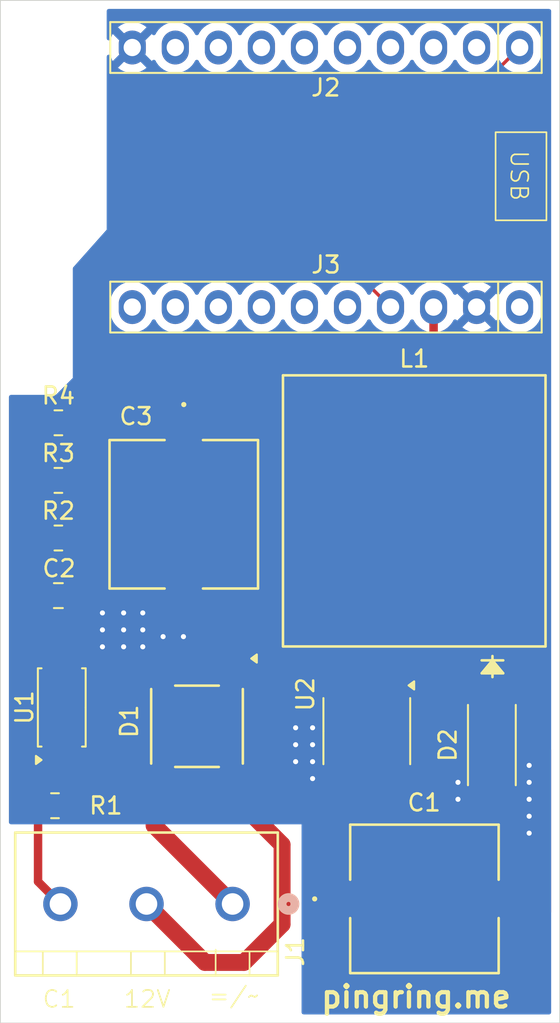
<source format=kicad_pcb>
(kicad_pcb (version 20240108) (generator "pcbnew") (generator_version "8.0")
  (layers (0 "F.Cu" signal) (31 "B.Cu" signal) (34 "B.Paste" user) (35 "F.Paste" user) (36 "B.SilkS" user "B.Silkscreen") (37 "F.SilkS" user "F.Silkscreen") (38 "B.Mask" user) (39 "F.Mask" user) (44 "Edge.Cuts" user))
  (net 0 "")
  (net 1 "GND")
  (net 2 "/Vin1")
  (net 3 "/Vin2")
  (net 4 "+5V")
  (net 5 "Net-(R1-Pad2)")
  (net 6 "Net-(D1-+)")
  (net 7 "Net-(D2-K)")
  (net 8 "/C1")
  (net 9 "+3V3")
  (net 10 "/ButtonPressed")
  (net 11 "/IO23")
  (net 12 "/IO21")
  (net 13 "/IO18")
  (net 14 "/IO32")
  (net 15 "/IO5")
  (net 16 "/IO33")
  (net 18 "/IO19")
  (net 19 "/IO22")
  (net 20 "/IO4")
  (net 21 "/IO14")
  (net 22 "Net-(C2-Pad1)")
  (footprint "parts_lib:10-pin header" (layer "F.Cu") (at 135.19 79.571 180)
    (property "Reference" "J3" (at 0 2.5 0) (layer "F.SilkS"))
    (property "Value" "Conn_01x10")
    (fp_line (start 12.73 1.5) (end -12.73 1.5) (stroke (width 0.12)) (layer "F.SilkS"))
    (fp_line (start 12.73 -1.5) (end 12.73 1.5) (stroke (width 0.12)) (layer "F.SilkS"))
    (fp_line (start -10.16 -1.5) (end -10.16 1.5) (stroke (width 0.12)) (layer "F.SilkS"))
    (fp_line (start -12.73 1.5) (end -12.73 -1.5) (stroke (width 0.12)) (layer "F.SilkS"))
    (fp_line (start -12.73 -1.5) (end 12.73 -1.5) (stroke (width 0.12)) (layer "F.SilkS"))
    (pad "1" thru_hole oval (at -11.43 0 180) (size 1.6 2) (drill 1.02) (layers "*.Cu" "*.Mask"))
    (pad "2" thru_hole oval (at -8.89 0 180) (size 1.6 2) (drill 1.02) (layers "*.Cu" "*.Mask") (net 1 "GND"))
    (pad "3" thru_hole oval (at -6.35 0 180) (size 1.6 2) (drill 1.02) (layers "*.Cu" "*.Mask") (net 4 "+5V"))
    (pad "4" thru_hole oval (at -3.81 0 180) (size 1.6 2) (drill 1.02) (layers "*.Cu" "*.Mask") (net 9 "+3V3"))
    (pad "5" thru_hole oval (at -1.27 0 180) (size 1.6 2) (drill 1.02) (layers "*.Cu" "*.Mask") (net 20 "/IO4"))
    (pad "6" thru_hole oval (at 1.27 0 180) (size 1.6 2) (drill 1.02) (layers "*.Cu" "*.Mask") (net 21 "/IO14"))
    (pad "7" thru_hole oval (at 3.81 0 180) (size 1.6 2) (drill 1.02) (layers "*.Cu" "*.Mask"))
    (pad "8" thru_hole oval (at 6.35 0 180) (size 1.6 2) (drill 1.02) (layers "*.Cu" "*.Mask"))
    (pad "9" thru_hole oval (at 8.89 0 180) (size 1.6 2) (drill 1.02) (layers "*.Cu" "*.Mask"))
    (pad "10" thru_hole oval (at 11.43 0 180) (size 1.6 2) (drill 1.02) (layers "*.Cu" "*.Mask"))
  )
  (footprint "Resistor_SMD:R_0805_2012Metric_Pad1.20x1.40mm_HandSolder" (layer "F.Cu") (at 119.2 109)
    (property "Reference" "R1" (at 3 0 0) (layer "F.SilkS"))
    (property "Value" "330R")
    (fp_line (start -0.227064 -0.735) (end 0.227064 -0.735) (stroke (width 0.12)) (layer "F.SilkS"))
    (fp_line (start -0.227064 0.735) (end 0.227064 0.735) (stroke (width 0.12)) (layer "F.SilkS"))
    (pad "1" smd roundrect (at -1 0) (size 1.2 1.4) (layers "F.Cu" "F.Paste" "F.Mask") (roundrect_rratio 0.208333) (net 8 "/C1"))
    (pad "2" smd roundrect (at 1 0) (size 1.2 1.4) (layers "F.Cu" "F.Paste" "F.Mask") (roundrect_rratio 0.208333) (net 5 "Net-(R1-Pad2)"))
  )
  (footprint "parts_lib:screw_connector_1x3" (layer "F.Cu") (at 129.68 114.8 180)
    (property "Reference" "J1" (at -3.7 -2.821 90) (layer "F.SilkS"))
    (property "Value" "Screw Terminal 01x03")
    (fp_circle (center -3.302 0) (end -2.921 0) (stroke (width 0.508)) (fill none) (layer "B.SilkS"))
    (fp_line (start 12.827 4.2164) (end 12.827 -4.2164) (stroke (width 0.1524)) (layer "F.SilkS"))
    (fp_line (start 12.827 -4.2164) (end -2.667 -4.2164) (stroke (width 0.1524)) (layer "F.SilkS"))
    (fp_line (start 12.8 -2.8) (end -2.6 -2.8) (stroke (width 0.1)) (layer "F.SilkS"))
    (fp_line (start 11.2 -4.1) (end 11.2 -2.8) (stroke (width 0.1)) (layer "F.SilkS"))
    (fp_line (start 9.2 -4.1) (end 9.2 -2.8) (stroke (width 0.1)) (layer "F.SilkS"))
    (fp_line (start 6 -4.1) (end 6 -2.8) (stroke (width 0.1)) (layer "F.SilkS"))
    (fp_line (start 4 -4.1) (end 4 -2.8) (stroke (width 0.1)) (layer "F.SilkS"))
    (fp_line (start 1 -4.1) (end 1 -2.7) (stroke (width 0.1)) (layer "F.SilkS"))
    (fp_line (start -1 -4.1) (end -1 -2.8) (stroke (width 0.1)) (layer "F.SilkS"))
    (fp_line (start -2.667 4.2164) (end 12.827 4.2164) (stroke (width 0.1524)) (layer "F.SilkS"))
    (fp_line (start -2.667 -4.2164) (end -2.667 4.2164) (stroke (width 0.1524)) (layer "F.SilkS"))
    (fp_circle (center -3.302 0) (end -2.921 0) (stroke (width 0.508)) (fill none) (layer "F.SilkS"))
    (pad "1" thru_hole circle (at 0 0 180) (size 2.032 2.032) (drill 1.27) (layers "*.Cu" "*.Mask") (net 2 "/Vin1"))
    (pad "2" thru_hole circle (at 5.08 0 180) (size 2.032 2.032) (drill 1.27) (layers "*.Cu" "*.Mask") (net 3 "/Vin2"))
    (pad "3" thru_hole circle (at 10.16 0 180) (size 2.032 2.032) (drill 1.27) (layers "*.Cu" "*.Mask") (net 8 "/C1"))
  )
  (footprint "Resistor_SMD:R_0805_2012Metric_Pad1.20x1.40mm_HandSolder" (layer "F.Cu") (at 119.4 89.8)
    (property "Reference" "R3" (at 0 -1.6 0) (layer "F.SilkS"))
    (property "Value" "330R")
    (fp_line (start -0.227064 -0.735) (end 0.227064 -0.735) (stroke (width 0.12)) (layer "F.SilkS"))
    (fp_line (start -0.227064 0.735) (end 0.227064 0.735) (stroke (width 0.12)) (layer "F.SilkS"))
    (pad "1" smd roundrect (at -1 0) (size 1.2 1.4) (layers "F.Cu" "F.Paste" "F.Mask") (roundrect_rratio 0.208333) (net 22 "Net-(C2-Pad1)"))
    (pad "2" smd roundrect (at 1 0) (size 1.2 1.4) (layers "F.Cu" "F.Paste" "F.Mask") (roundrect_rratio 0.208333) (net 10 "/ButtonPressed"))
  )
  (footprint "parts_lib:TSSOP4-MICRO-DIP_948BS_ONS-M" (layer "F.Cu") (at 127.579999 104.31345 -90)
    (property "Reference" "D1" (at -0.29245 3.999999 90) (layer "F.SilkS"))
    (property "Value" "MDB10S")
    (fp_line (start -2.197962 2.7051) (end 2.197962 2.7051) (stroke (width 0.1524)) (layer "F.SilkS"))
    (fp_line (start 2.4003 1.286261) (end 2.4003 -1.286261) (stroke (width 0.1524)) (layer "F.SilkS"))
    (fp_line (start -2.4003 -1.286261) (end -2.4003 1.286261) (stroke (width 0.1524)) (layer "F.SilkS"))
    (fp_line (start 2.197962 -2.7051) (end -2.197962 -2.7051) (stroke (width 0.1524)) (layer "F.SilkS"))
    (fp_poly (pts (xy -4 -3.2) (xy -4.24 -3.53) (xy -3.76 -3.53) (xy -4 -3.2)) (stroke (width 0.12)) (fill solid) (layer "F.SilkS"))
    (pad "1" smd rect (at -3.09245 -2.000001 270) (size 1.6383 0.762) (layers "F.Cu" "F.Paste" "F.Mask") (net 6 "Net-(D1-+)"))
    (pad "2" smd rect (at -3.09245 2.000001 270) (size 1.6383 0.762) (layers "F.Cu" "F.Paste" "F.Mask") (net 1 "GND"))
    (pad "3" smd rect (at 3.09245 2.000001 270) (size 1.6383 0.762) (layers "F.Cu" "F.Paste" "F.Mask") (net 2 "/Vin1"))
    (pad "4" smd rect (at 3.09245 -2.000001 270) (size 1.6383 0.762) (layers "F.Cu" "F.Paste" "F.Mask") (net 3 "/Vin2"))
  )
  (footprint "Resistor_SMD:R_0805_2012Metric_Pad1.20x1.40mm_HandSolder" (layer "F.Cu") (at 119.4 93.2)
    (property "Reference" "R2" (at 0 -1.6 0) (layer "F.SilkS"))
    (property "Value" "50K")
    (fp_line (start -0.227064 -0.735) (end 0.227064 -0.735) (stroke (width 0.12)) (layer "F.SilkS"))
    (fp_line (start -0.227064 0.735) (end 0.227064 0.735) (stroke (width 0.12)) (layer "F.SilkS"))
    (pad "1" smd roundrect (at -1 0) (size 1.2 1.4) (layers "F.Cu" "F.Paste" "F.Mask") (roundrect_rratio 0.208333) (net 22 "Net-(C2-Pad1)"))
    (pad "2" smd roundrect (at 1 0) (size 1.2 1.4) (layers "F.Cu" "F.Paste" "F.Mask") (roundrect_rratio 0.208333) (net 9 "+3V3"))
  )
  (footprint "parts_lib:CAP_FT_F_PAN-M" (layer "F.Cu") (at 126.8 91.8 -90)
    (property "Reference" "C3" (at -5.779 2.82 0) (layer "F.SilkS"))
    (property "Value" "220u")
    (fp_line (start -4.3815 4.3815) (end 4.3815 4.3815) (stroke (width 0.1524)) (layer "F.SilkS"))
    (fp_line (start 4.3815 4.3815) (end 4.3815 1.13284) (stroke (width 0.1524)) (layer "F.SilkS"))
    (fp_line (start -4.3815 1.13284) (end -4.3815 4.3815) (stroke (width 0.1524)) (layer "F.SilkS"))
    (fp_line (start 4.3815 -1.13284) (end 4.3815 -4.3815) (stroke (width 0.1524)) (layer "F.SilkS"))
    (fp_line (start -4.3815 -4.3815) (end -4.3815 -1.13284) (stroke (width 0.1524)) (layer "F.SilkS"))
    (fp_line (start 4.3815 -4.3815) (end -4.3815 -4.3815) (stroke (width 0.1524)) (layer "F.SilkS"))
    (fp_circle (center -6.477 0) (end -6.4008 0) (stroke (width 0.1524)) (fill none) (layer "F.SilkS"))
    (pad "1" smd rect (at -3.6576 0 270) (size 4.1148 1.6002) (layers "F.Cu" "F.Paste" "F.Mask") (net 4 "+5V"))
    (pad "2" smd rect (at 3.6576 0 270) (size 4.1148 1.6002) (layers "F.Cu" "F.Paste" "F.Mask") (net 1 "GND"))
    (zone (net 0) (net_name "") (layer "F.Cu") (connect_pads (clearance 0)) (min_thickness 0.254)
      (keepout (tracks not_allowed) (vias not_allowed) (pads allowed) (copperpour not_allowed) (footprints allowed))
      (fill (thermal_gap 0.508) (thermal_bridge_width 0.508))
      (polygon (pts (xy 125.9491 87.5963) (xy 125.9491 96.0037) (xy 122.5963 96.0037) (xy 122.5963 87.5963)))
    )
    (zone (net 0) (net_name "") (layer "F.Cu") (connect_pads (clearance 0)) (min_thickness 0.254)
      (keepout (tracks not_allowed) (vias not_allowed) (pads allowed) (copperpour not_allowed) (footprints allowed))
      (fill (thermal_gap 0.508) (thermal_bridge_width 0.508))
      (polygon (pts (xy 127.6509 90.2506) (xy 127.6509 93.3494) (xy 125.9491 93.3494) (xy 125.9491 90.2506)))
    )
    (zone (net 0) (net_name "") (layer "F.Cu") (connect_pads (clearance 0)) (min_thickness 0.254)
      (keepout (tracks not_allowed) (vias not_allowed) (pads allowed) (copperpour not_allowed) (footprints allowed))
      (fill (thermal_gap 0.508) (thermal_bridge_width 0.508))
      (polygon (pts (xy 131.0037 87.5963) (xy 131.0037 96.0037) (xy 127.6509 96.0037) (xy 127.6509 87.5963)))
    )
  )
  (footprint "Package_SO:SOIC-8_3.9x4.9mm_P1.27mm" (layer "F.Cu") (at 137.6 104.6 -90)
    (property "Reference" "U2" (at -2.179 3.62 90) (layer "F.SilkS"))
    (property "Value" "LM2594MX-5.0")
    (fp_line (start 0 2.56) (end -1.95 2.56) (stroke (width 0.12)) (layer "F.SilkS"))
    (fp_line (start 0 2.56) (end 1.95 2.56) (stroke (width 0.12)) (layer "F.SilkS"))
    (fp_line (start 0 -2.56) (end -1.95 -2.56) (stroke (width 0.12)) (layer "F.SilkS"))
    (fp_line (start 0 -2.56) (end 1.95 -2.56) (stroke (width 0.12)) (layer "F.SilkS"))
    (fp_poly (pts (xy -2.7 -2.465) (xy -2.94 -2.795) (xy -2.46 -2.795) (xy -2.7 -2.465)) (stroke (width 0.12)) (fill solid) (layer "F.SilkS"))
    (pad "1" smd roundrect (at -2.475 -1.905 270) (size 1.95 0.6) (layers "F.Cu" "F.Paste" "F.Mask"))
    (pad "2" smd roundrect (at -2.475 -0.635 270) (size 1.95 0.6) (layers "F.Cu" "F.Paste" "F.Mask"))
    (pad "3" smd roundrect (at -2.475 0.635 270) (size 1.95 0.6) (layers "F.Cu" "F.Paste" "F.Mask"))
    (pad "4" smd roundrect (at -2.475 1.905 270) (size 1.95 0.6) (layers "F.Cu" "F.Paste" "F.Mask") (net 4 "+5V"))
    (pad "5" smd roundrect (at 2.475 1.905 270) (size 1.95 0.6) (layers "F.Cu" "F.Paste" "F.Mask") (net 1 "GND"))
    (pad "6" smd roundrect (at 2.475 0.635 270) (size 1.95 0.6) (layers "F.Cu" "F.Paste" "F.Mask") (net 1 "GND"))
    (pad "7" smd roundrect (at 2.475 -0.635 270) (size 1.95 0.6) (layers "F.Cu" "F.Paste" "F.Mask") (net 6 "Net-(D1-+)"))
    (pad "8" smd roundrect (at 2.475 -1.905 270) (size 1.95 0.6) (layers "F.Cu" "F.Paste" "F.Mask") (net 7 "Net-(D2-K)"))
  )
  (footprint "Package_SO:SOP-4_4.4x2.6mm_P1.27mm" (layer "F.Cu") (at 119.6 103.2 90)
    (property "Reference" "U1" (at 0 -2.2 90) (layer "F.SilkS"))
    (property "Value" "ACPL-214-500E")
    (fp_line (start 2.31 -1.41) (end 2.31 -1.195) (stroke (width 0.12)) (layer "F.SilkS"))
    (fp_line (start 0 -1.41) (end 2.31 -1.41) (stroke (width 0.12)) (layer "F.SilkS"))
    (fp_line (start 0 -1.41) (end -2.31 -1.41) (stroke (width 0.12)) (layer "F.SilkS"))
    (fp_line (start -2.31 -1.41) (end -2.31 -1.195) (stroke (width 0.12)) (layer "F.SilkS"))
    (fp_line (start 2.31 1.41) (end 2.31 1.195) (stroke (width 0.12)) (layer "F.SilkS"))
    (fp_line (start 0 1.41) (end 2.31 1.41) (stroke (width 0.12)) (layer "F.SilkS"))
    (fp_line (start 0 1.41) (end -2.31 1.41) (stroke (width 0.12)) (layer "F.SilkS"))
    (fp_line (start -2.31 1.41) (end -2.31 1.195) (stroke (width 0.12)) (layer "F.SilkS"))
    (fp_poly (pts (xy -3.1 -1.195) (xy -3.34 -1.525) (xy -2.86 -1.525) (xy -3.1 -1.195)) (stroke (width 0.12)) (fill solid) (layer "F.SilkS"))
    (pad "1" smd roundrect (at -3.1875 -0.635 90) (size 1.625 0.6) (layers "F.Cu" "F.Paste" "F.Mask") (net 5 "Net-(R1-Pad2)"))
    (pad "2" smd roundrect (at -3.1875 0.635 90) (size 1.625 0.6) (layers "F.Cu" "F.Paste" "F.Mask") (net 2 "/Vin1"))
    (pad "3" smd roundrect (at 3.1875 0.635 90) (size 1.625 0.6) (layers "F.Cu" "F.Paste" "F.Mask") (net 1 "GND"))
    (pad "4" smd roundrect (at 3.1875 -0.635 90) (size 1.625 0.6) (layers "F.Cu" "F.Paste" "F.Mask") (net 22 "Net-(C2-Pad1)"))
  )
  (footprint "parts_lib:10-pin header" (layer "F.Cu") (at 135.19 64.25 180)
    (property "Reference" "J2" (at 0.01 -2.371 0) (layer "F.SilkS"))
    (property "Value" "Conn_01x10")
    (fp_line (start 12.73 1.5) (end -12.73 1.5) (stroke (width 0.12)) (layer "F.SilkS"))
    (fp_line (start 12.73 -1.5) (end 12.73 1.5) (stroke (width 0.12)) (layer "F.SilkS"))
    (fp_line (start -10.16 -1.5) (end -10.16 1.5) (stroke (width 0.12)) (layer "F.SilkS"))
    (fp_line (start -12.73 1.5) (end -12.73 -1.5) (stroke (width 0.12)) (layer "F.SilkS"))
    (fp_line (start -12.73 -1.5) (end 12.73 -1.5) (stroke (width 0.12)) (layer "F.SilkS"))
    (pad "1" thru_hole oval (at -11.43 0 180) (size 1.6 2) (drill 1.02) (layers "*.Cu" "*.Mask") (net 11 "/IO23"))
    (pad "2" thru_hole oval (at -8.89 0 180) (size 1.6 2) (drill 1.02) (layers "*.Cu" "*.Mask") (net 18 "/IO19"))
    (pad "3" thru_hole oval (at -6.35 0 180) (size 1.6 2) (drill 1.02) (layers "*.Cu" "*.Mask") (net 13 "/IO18"))
    (pad "4" thru_hole oval (at -3.81 0 180) (size 1.6 2) (drill 1.02) (layers "*.Cu" "*.Mask") (net 15 "/IO5"))
    (pad "5" thru_hole oval (at -1.27 0 180) (size 1.6 2) (drill 1.02) (layers "*.Cu" "*.Mask") (net 19 "/IO22"))
    (pad "6" thru_hole oval (at 1.27 0 180) (size 1.6 2) (drill 1.02) (layers "*.Cu" "*.Mask") (net 12 "/IO21"))
    (pad "7" thru_hole oval (at 3.81 0 180) (size 1.6 2) (drill 1.02) (layers "*.Cu" "*.Mask") (net 14 "/IO32"))
    (pad "8" thru_hole oval (at 6.35 0 180) (size 1.6 2) (drill 1.02) (layers "*.Cu" "*.Mask") (net 16 "/IO33"))
    (pad "9" thru_hole oval (at 8.89 0 180) (size 1.6 2) (drill 1.02) (layers "*.Cu" "*.Mask"))
    (pad "10" thru_hole oval (at 11.43 0 180) (size 1.6 2) (drill 1.02) (layers "*.Cu" "*.Mask") (net 1 "GND"))
  )
  (footprint "Capacitor_SMD:C_0805_2012Metric_Pad1.18x1.45mm_HandSolder" (layer "F.Cu") (at 119.4 96.6)
    (property "Reference" "C2" (at 0.0375 -1.6 0) (layer "F.SilkS"))
    (property "Value" "100n")
    (fp_line (start -0.261252 -0.735) (end 0.261252 -0.735) (stroke (width 0.12)) (layer "F.SilkS"))
    (fp_line (start -0.261252 0.735) (end 0.261252 0.735) (stroke (width 0.12)) (layer "F.SilkS"))
    (pad "1" smd roundrect (at -1.0375 0) (size 1.175 1.45) (layers "F.Cu" "F.Paste" "F.Mask") (roundrect_rratio 0.212766) (net 22 "Net-(C2-Pad1)"))
    (pad "2" smd roundrect (at 1.0375 0) (size 1.175 1.45) (layers "F.Cu" "F.Paste" "F.Mask") (roundrect_rratio 0.212766) (net 1 "GND"))
  )
  (footprint "parts_lib:DO-214AC(SMA)" (layer "F.Cu") (at 144.98 105.421 -90)
    (property "Reference" "D2" (at 0 2.6 90) (layer "F.SilkS"))
    (property "Value" "SS24")
    (fp_line (start 2.37 1.41) (end -2.37 1.41) (stroke (width 0.12)) (layer "F.SilkS"))
    (fp_line (start -5 -0.035) (end -4.238 0.6) (stroke (width 0.1524)) (layer "F.SilkS"))
    (fp_line (start -5 -0.035) (end -4.238 0.473) (stroke (width 0.1524)) (layer "F.SilkS"))
    (fp_line (start -5 -0.035) (end -4.238 0.346) (stroke (width 0.1524)) (layer "F.SilkS"))
    (fp_line (start -5 -0.035) (end -4.238 0.219) (stroke (width 0.1524)) (layer "F.SilkS"))
    (fp_line (start -5 -0.035) (end -4.238 0.092) (stroke (width 0.1524)) (layer "F.SilkS"))
    (fp_line (start -5 -0.035) (end -4.238 -0.162) (stroke (width 0.1524)) (layer "F.SilkS"))
    (fp_line (start -5 -0.035) (end -4.238 -0.289) (stroke (width 0.1524)) (layer "F.SilkS"))
    (fp_line (start -5 -0.035) (end -4.238 -0.416) (stroke (width 0.1524)) (layer "F.SilkS"))
    (fp_line (start -5 -0.035) (end -4.238 -0.543) (stroke (width 0.1524)) (layer "F.SilkS"))
    (fp_line (start -5 -0.035) (end -4.238 -0.67) (stroke (width 0.1524)) (layer "F.SilkS"))
    (fp_line (start -4.01194 -0.035) (end -5.254 -0.035) (stroke (width 0.1524)) (layer "F.SilkS"))
    (fp_line (start -5 -0.67) (end -5 0.6) (stroke (width 0.1524)) (layer "F.SilkS"))
    (fp_line (start -4.238 -0.67) (end -4.238 0.6) (stroke (width 0.1524)) (layer "F.SilkS"))
    (fp_line (start -2.37 -1.41) (end 2.37 -1.41) (stroke (width 0.12)) (layer "F.SilkS"))
    (pad "1" smd rect (at -2 0 270) (size 2.5 1.7) (layers "F.Cu" "F.Paste" "F.Mask") (net 7 "Net-(D2-K)"))
    (pad "2" smd rect (at 2 0 270) (size 2.5 1.7) (layers "F.Cu" "F.Paste" "F.Mask") (net 1 "GND"))
  )
  (footprint "Resistor_SMD:R_0805_2012Metric_Pad1.20x1.40mm_HandSolder" (layer "F.Cu") (at 119.4 86.4 180)
    (property "Reference" "R4" (at 0 1.6 0) (layer "F.SilkS"))
    (property "Value" "0R")
    (fp_line (start -0.227064 0.735) (end 0.227064 0.735) (stroke (width 0.12)) (layer "F.SilkS"))
    (fp_line (start -0.227064 -0.735) (end 0.227064 -0.735) (stroke (width 0.12)) (layer "F.SilkS"))
    (pad "1" smd roundrect (at -1 0 180) (size 1.2 1.4) (layers "F.Cu" "F.Paste" "F.Mask") (roundrect_rratio 0.208333) (net 10 "/ButtonPressed"))
    (pad "2" smd roundrect (at 1 0 180) (size 1.2 1.4) (layers "F.Cu" "F.Paste" "F.Mask") (roundrect_rratio 0.208333) (net 11 "/IO23"))
  )
  (footprint "parts_lib:IND_829SNLT_PUL" (layer "F.Cu") (at 140.4 91.6 180)
    (property "Reference" "L1" (at 0 8.979 0) (layer "F.SilkS"))
    (property "Value" "100u")
    (fp_line (start 7.747 8.001) (end 7.747 -8.001) (stroke (width 0.1524)) (layer "F.SilkS"))
    (fp_line (start 7.747 -8.001) (end -7.747 -8.001) (stroke (width 0.1524)) (layer "F.SilkS"))
    (fp_line (start -7.747 8.001) (end 7.747 8.001) (stroke (width 0.1524)) (layer "F.SilkS"))
    (fp_line (start -7.747 -8.001) (end -7.747 8.001) (stroke (width 0.1524)) (layer "F.SilkS"))
    (pad "1" smd rect (at -6.477 0 180) (size 1.524 13.97) (layers "F.Cu" "F.Paste" "F.Mask") (net 7 "Net-(D2-K)"))
    (pad "2" smd rect (at 6.477 0 180) (size 1.524 13.97) (layers "F.Cu" "F.Paste" "F.Mask") (net 4 "+5V"))
    (zone (net 0) (net_name "") (layer "F.Cu") (connect_pads (clearance 0)) (min_thickness 0.254)
      (keepout (tracks not_allowed) (vias not_allowed) (pads allowed) (copperpour not_allowed) (footprints allowed))
      (fill (thermal_gap 0.508) (thermal_bridge_width 0.508))
      (polygon (pts (xy 146.0642 99.4232) (xy 134.7358 99.4232) (xy 134.7358 83.7768) (xy 146.0642 83.7768)))
    )
  )
  (footprint "parts_lib:CAP_FT_F_PAN-M" (layer "F.Cu") (at 141 114.5)
    (property "Reference" "C1" (at -0.02 -5.679 0) (layer "F.SilkS"))
    (property "Value" "220u")
    (fp_line (start -4.3815 -4.3815) (end -4.3815 -1.13284) (stroke (width 0.1524)) (layer "F.SilkS"))
    (fp_line (start -4.3815 1.13284) (end -4.3815 4.3815) (stroke (width 0.1524)) (layer "F.SilkS"))
    (fp_line (start -4.3815 4.3815) (end 4.3815 4.3815) (stroke (width 0.1524)) (layer "F.SilkS"))
    (fp_line (start 4.3815 -4.3815) (end -4.3815 -4.3815) (stroke (width 0.1524)) (layer "F.SilkS"))
    (fp_line (start 4.3815 -1.13284) (end 4.3815 -4.3815) (stroke (width 0.1524)) (layer "F.SilkS"))
    (fp_line (start 4.3815 4.3815) (end 4.3815 1.13284) (stroke (width 0.1524)) (layer "F.SilkS"))
    (fp_circle (center -6.477 0) (end -6.4008 0) (stroke (width 0.1524)) (fill none) (layer "F.SilkS"))
    (pad "1" smd rect (at -3.6576 0) (size 4.1148 1.6002) (layers "F.Cu" "F.Paste" "F.Mask") (net 6 "Net-(D1-+)"))
    (pad "2" smd rect (at 3.6576 0) (size 4.1148 1.6002) (layers "F.Cu" "F.Paste" "F.Mask") (net 1 "GND"))
    (zone (net 0) (net_name "") (layer "F.Cu") (connect_pads (clearance 0)) (min_thickness 0.254)
      (keepout (tracks not_allowed) (vias not_allowed) (pads allowed) (copperpour not_allowed) (footprints allowed))
      (fill (thermal_gap 0.508) (thermal_bridge_width 0.508))
      (polygon (pts (xy 136.7963 110.2963) (xy 145.2037 110.2963) (xy 145.2037 113.6491) (xy 136.7963 113.6491)))
    )
    (zone (net 0) (net_name "") (layer "F.Cu") (connect_pads (clearance 0)) (min_thickness 0.254)
      (keepout (tracks not_allowed) (vias not_allowed) (pads allowed) (copperpour not_allowed) (footprints allowed))
      (fill (thermal_gap 0.508) (thermal_bridge_width 0.508))
      (polygon (pts (xy 136.7963 115.3509) (xy 145.2037 115.3509) (xy 145.2037 118.7037) (xy 136.7963 118.7037)))
    )
    (zone (net 0) (net_name "") (layer "F.Cu") (connect_pads (clearance 0)) (min_thickness 0.254)
      (keepout (tracks not_allowed) (vias not_allowed) (pads allowed) (copperpour not_allowed) (footprints allowed))
      (fill (thermal_gap 0.508) (thermal_bridge_width 0.508))
      (polygon (pts (xy 139.4506 113.6491) (xy 142.5494 113.6491) (xy 142.5494 115.3509) (xy 139.4506 115.3509)))
    )
  )
  (gr_rect (start 145.2 69.25) (end 148.2 74.45) (stroke (width 0.1)) (fill none) (layer "F.SilkS"))
  (gr_rect (start 115.98 61.471) (end 148.98 121.821) (stroke (width 0.05)) (fill none) (layer "Edge.Cuts"))
  (gr_text "pingring.me" (at 134.78 121.021 0) (layer "F.SilkS") (effects (font (size 1.27 1.27) (thickness 0.254) (bold yes)) (justify left bottom)))
  (gr_text "=/~" (at 128.2 120.8 0) (layer "F.SilkS") (effects (font (size 1 1) (thickness 0.1)) (justify left bottom)))
  (gr_text "C1" (at 118.4 121 0) (layer "F.SilkS") (effects (font (size 1 1) (thickness 0.1)) (justify left bottom)))
  (gr_text "12V" (at 123.2 121 0) (layer "F.SilkS") (effects (font (size 1 1) (thickness 0.1)) (justify left bottom)))
  (gr_text "USB" (at 146 70.25 -90) (layer "F.SilkS") (effects (font (size 1 1) (thickness 0.1)) (justify left bottom)))
  (via (at 122 99.621) (size 0.6) (drill 0.3) (layers "F.Cu" "B.Cu") (net 1))
  (via (at 142.98 107.621) (size 0.6) (drill 0.3) (layers "F.Cu" "B.Cu") (net 1))
  (via (at 133.4 106.4) (size 0.6) (drill 0.3) (layers "F.Cu" "B.Cu") (net 1))
  (via (at 134.4 105.4) (size 0.6) (drill 0.3) (layers "F.Cu" "B.Cu") (net 1))
  (via (at 124.38 99.621) (size 0.6) (drill 0.3) (layers "F.Cu" "B.Cu") (net 1))
  (via (at 123.25 99.621) (size 0.6) (drill 0.3) (layers "F.Cu" "B.Cu") (net 1))
  (via (at 134.4 104.4) (size 0.6) (drill 0.3) (layers "F.Cu" "B.Cu") (net 1))
  (via (at 126.78 99.021) (size 0.6) (drill 0.3) (layers "F.Cu" "B.Cu") (net 1))
  (via (at 124.38 97.621) (size 0.6) (drill 0.3) (layers "F.Cu" "B.Cu") (net 1))
  (via (at 122 98.621) (size 0.6) (drill 0.3) (layers "F.Cu" "B.Cu") (net 1))
  (via (at 142.98 108.621) (size 0.6) (drill 0.3) (layers "F.Cu" "B.Cu") (net 1))
  (via (at 122 97.621) (size 0.6) (drill 0.3) (layers "F.Cu" "B.Cu") (net 1))
  (via (at 123.25 97.621) (size 0.6) (drill 0.3) (layers "F.Cu" "B.Cu") (net 1))
  (via (at 134.4 107.4) (size 0.6) (drill 0.3) (layers "F.Cu" "B.Cu") (net 1))
  (via (at 124.38 98.621) (size 0.6) (drill 0.3) (layers "F.Cu" "B.Cu") (net 1))
  (via (at 133.4 105.4) (size 0.6) (drill 0.3) (layers "F.Cu" "B.Cu") (net 1))
  (via (at 147.18 107.621) (size 0.6) (drill 0.3) (layers "F.Cu" "B.Cu") (net 1))
  (via (at 125.58 99.021) (size 0.6) (drill 0.3) (layers "F.Cu" "B.Cu") (net 1))
  (via (at 133.4 104.4) (size 0.6) (drill 0.3) (layers "F.Cu" "B.Cu") (net 1))
  (via (at 134.4 106.4) (size 0.6) (drill 0.3) (layers "F.Cu" "B.Cu") (net 1))
  (via (at 147.18 106.621) (size 0.6) (drill 0.3) (layers "F.Cu" "B.Cu") (net 1))
  (via (at 147.18 109.621) (size 0.6) (drill 0.3) (layers "F.Cu" "B.Cu") (net 1))
  (via (at 123.25 98.621) (size 0.6) (drill 0.3) (layers "F.Cu" "B.Cu") (net 1))
  (via (at 147.18 108.621) (size 0.6) (drill 0.3) (layers "F.Cu" "B.Cu") (net 1))
  (via (at 147.18 110.621) (size 0.6) (drill 0.3) (layers "F.Cu" "B.Cu") (net 1))
  (segment (start 120.235 106.3875) (end 122.6975 108.85) (width 0.5) (layer "F.Cu") (net 2))
  (segment (start 125.05 110.17) (end 125.05 108.85) (width 1) (layer "F.Cu") (net 2))
  (segment (start 122.6975 108.85) (end 125.05 108.85) (width 0.5) (layer "F.Cu") (net 2))
  (segment (start 125.05 108.85) (end 125.05 108.042449) (width 1) (layer "F.Cu") (net 2))
  (segment (start 129.68 114.8) (end 125.05 110.17) (width 1) (layer "F.Cu") (net 2))
  (segment (start 125.05 108.042449) (end 125.599999 107.49245) (width 1) (layer "F.Cu") (net 2))
  (segment (start 132.6 116) (end 132.6 111.3) (width 1) (layer "F.Cu") (net 3))
  (segment (start 132.6 111.3) (end 129.600001 108.300001) (width 1) (layer "F.Cu") (net 3))
  (segment (start 130.35 118.25) (end 132.6 116) (width 1) (layer "F.Cu") (net 3))
  (segment (start 129.600001 108.300001) (end 129.600001 107.49245) (width 1) (layer "F.Cu") (net 3))
  (segment (start 124.6 114.8) (end 128.05 118.25) (width 1) (layer "F.Cu") (net 3))
  (segment (start 128.05 118.25) (end 130.35 118.25) (width 1) (layer "F.Cu") (net 3))
  (segment (start 133.923 98.785) (end 135.695 100.557) (width 1) (layer "F.Cu") (net 4))
  (segment (start 133.923 91.6) (end 133.923 95.077) (width 1) (layer "F.Cu") (net 4))
  (segment (start 133.923 91.6) (end 133.923 98.785) (width 1) (layer "F.Cu") (net 4))
  (segment (start 135.695 100.557) (end 135.695 102.125) (width 1) (layer "F.Cu") (net 4))
  (segment (start 133.923 95.077) (end 133.75 95.25) (width 1) (layer "F.Cu") (net 4))
  (segment (start 120.2 108.7) (end 118.965 107.465) (width 0.5) (layer "F.Cu") (net 5))
  (segment (start 118.965 107.465) (end 118.965 106.3875) (width 0.5) (layer "F.Cu") (net 5))
  (segment (start 120.2 109) (end 120.2 108.7) (width 0.5) (layer "F.Cu") (net 5))
  (segment (start 131.38 107.18) (end 133.621 109.421) (width 0.8) (layer "F.Cu") (net 6))
  (segment (start 133.621 109.421) (end 137.379 109.421) (width 0.8) (layer "F.Cu") (net 6))
  (segment (start 138.235 108.565) (end 138.235 107.075) (width 0.8) (layer "F.Cu") (net 6))
  (segment (start 137.379 109.421) (end 138.235 108.565) (width 0.8) (layer "F.Cu") (net 6))
  (segment (start 130.26655 101.30755) (end 131.38 102.421) (width 0.8) (layer "F.Cu") (net 6))
  (segment (start 131.38 102.421) (end 131.38 107.18) (width 0.8) (layer "F.Cu") (net 6))
  (segment (start 129.600001 101.30755) (end 130.26655 101.30755) (width 0.8) (layer "F.Cu") (net 6))
  (segment (start 144.98 103.421) (end 146.877 101.524) (width 1) (layer "F.Cu") (net 7))
  (segment (start 146.877 101.524) (end 146.877 91.6) (width 1) (layer "F.Cu") (net 7))
  (segment (start 143.159 103.421) (end 144.98 103.421) (width 1) (layer "F.Cu") (net 7))
  (segment (start 139.505 107.075) (end 143.159 103.421) (width 1) (layer "F.Cu") (net 7))
  (segment (start 119.52 114.8) (end 118.2 113.48) (width 0.5) (layer "F.Cu") (net 8))
  (segment (start 118.2 113.48) (end 118.2 109) (width 0.5) (layer "F.Cu") (net 8))
  (segment (start 132.929 73.5) (end 139 79.571) (width 0.2) (layer "F.Cu") (net 9))
  (segment (start 121.75 91.85) (end 121.75 78.25) (width 0.2) (layer "F.Cu") (net 9))
  (segment (start 120.4 93.2) (end 121.75 91.85) (width 0.2) (layer "F.Cu") (net 9))
  (segment (start 126.5 73.5) (end 132.929 73.5) (width 0.2) (layer "F.Cu") (net 9))
  (segment (start 121.75 78.25) (end 126.5 73.5) (width 0.2) (layer "F.Cu") (net 9))
  (segment (start 120.4 89.8) (end 120.4 86.4) (width 0.2) (layer "F.Cu") (net 10))
  (segment (start 121 83.8) (end 118.4 86.4) (width 0.2) (layer "F.Cu") (net 11))
  (segment (start 147.1 63.77) (end 146.62 64.25) (width 0.2) (layer "F.Cu") (net 11))
  (segment (start 126 72.5) (end 121 77.5) (width 0.2) (layer "F.Cu") (net 11))
  (segment (start 121 77.5) (end 121 83.8) (width 0.2) (layer "F.Cu") (net 11))
  (segment (start 138.37 72.5) (end 126 72.5) (width 0.2) (layer "F.Cu") (net 11))
  (segment (start 146.62 64.25) (end 138.37 72.5) (width 0.2) (layer "F.Cu") (net 11))
  (segment (start 118.3625 96.6) (end 118.3625 96.3625) (width 0.2) (layer "F.Cu") (net 22))
  (segment (start 118.4 96.325) (end 118.4 93.2) (width 0.2) (layer "F.Cu") (net 22))
  (segment (start 118.4 89.8) (end 118.4 93.2) (width 0.2) (layer "F.Cu") (net 22))
  (segment (start 118.965 97.2025) (end 118.3625 96.6) (width 0.2) (layer "F.Cu") (net 22))
  (segment (start 118.3625 96.3625) (end 118.4 96.325) (width 0.2) (layer "F.Cu") (net 22))
  (segment (start 118.965 100.0125) (end 118.965 97.2025) (width 0.2) (layer "F.Cu") (net 22))
  (zone (net 1) (net_name "GND") (layer "F.Cu") (connect_pads (clearance 0.5)) (min_thickness 0.25) (fill yes (thermal_gap 0.5) (thermal_bridge_width 0.5))
    (polygon (pts (xy 128 96.25) (xy 128 101.5) (xy 119.75 101.5) (xy 119.75 95.5) (xy 121.75 95.5) (xy 121.75 96.25)))
  )
  (zone (net 4) (net_name "+5V") (layer "F.Cu") (priority 4) (connect_pads (clearance 0.5)) (min_thickness 0.25) (fill yes (thermal_gap 0.5) (thermal_bridge_width 0.5))
    (polygon (pts (xy 140.38 81.021) (xy 140.38 78.221) (xy 142.78 78.221) (xy 142.78 80.821) (xy 140.18 83.221) (xy 133.98 92.221) (xy 124.78 92.221) (xy 124.78 84.821) (xy 128.38 81.821) (xy 138.78 81.821)))
  )
  (zone (net 6) (net_name "Net-(D1-+)") (layer "F.Cu") (priority 5) (connect_pads (clearance 0.5)) (min_thickness 0.25) (fill yes (thermal_gap 0.5) (thermal_bridge_width 0.5))
    (polygon (pts (xy 136.58 109.021) (xy 136.58 115.421) (xy 134.18 115.421) (xy 134.18 110.421) (xy 133.18 109.421) (xy 133.18 109.021)))
  )
  (zone (net 1) (net_name "GND") (layer "F.Cu") (priority 1) (connect_pads (clearance 0.5)) (min_thickness 0.25) (fill yes (thermal_gap 0.5) (thermal_bridge_width 0.5))
    (polygon (pts (xy 137.3 105.2) (xy 137.3 107.621) (xy 136.8 108.2) (xy 134.25 108.2) (xy 132.85 107.4) (xy 132.85 103.8) (xy 136.5 103.8)))
  )
  (zone (net 1) (net_name "GND") (layer "F.Cu") (priority 3) (connect_pads (clearance 0.5)) (min_thickness 0.25) (fill yes (thermal_gap 0.5) (thermal_bridge_width 0.5))
    (polygon (pts (xy 149 115.4) (xy 141.8 115.4) (xy 141.8 106.8) (xy 145.2 106.8) (xy 145.2 105.6) (xy 149 105.6)))
  )
  (zone (net 0) (net_name "") (layer "B.Cu") (connect_pads (clearance 0)) (min_thickness 0.25)
    (keepout (tracks not_allowed) (vias not_allowed) (pads not_allowed) (copperpour not_allowed) (footprints allowed))
    (fill (thermal_gap 0.5) (thermal_bridge_width 0.5))
    (polygon (pts (xy 122.25 61.5) (xy 122.25 75) (xy 120.25 77.25) (xy 120.25 83.75) (xy 119.25 84.75) (xy 116 84.75) (xy 116 61.5)))
  )
  (zone (net 1) (net_name "GND") (layer "B.Cu") (priority 2) (connect_pads (clearance 0.5)) (min_thickness 0.25) (fill yes (thermal_gap 0.5) (thermal_bridge_width 0.5) (island_removal_mode 1) (island_area_min 9.999999))
    (polygon (pts (xy 149 121.75) (xy 133.75 121.75) (xy 133.75 110.1) (xy 116 110.1) (xy 116 61.5) (xy 149 61.5)))
  )
)
</source>
